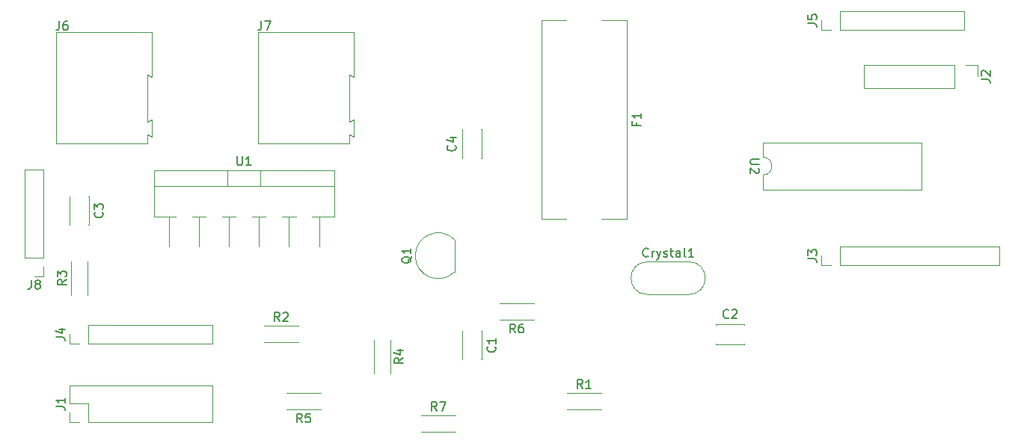
<source format=gbr>
G04 #@! TF.GenerationSoftware,KiCad,Pcbnew,5.0.2+dfsg1-1*
G04 #@! TF.CreationDate,2020-09-07T16:18:41-03:00*
G04 #@! TF.ProjectId,Quanser_Controller,5175616e-7365-4725-9f43-6f6e74726f6c,rev?*
G04 #@! TF.SameCoordinates,Original*
G04 #@! TF.FileFunction,Legend,Top*
G04 #@! TF.FilePolarity,Positive*
%FSLAX46Y46*%
G04 Gerber Fmt 4.6, Leading zero omitted, Abs format (unit mm)*
G04 Created by KiCad (PCBNEW 5.0.2+dfsg1-1) date seg 07 set 2020 16:18:41 -03*
%MOMM*%
%LPD*%
G01*
G04 APERTURE LIST*
%ADD10C,0.120000*%
%ADD11C,0.150000*%
G04 APERTURE END LIST*
D10*
G04 #@! TO.C,U1*
X106230000Y-70310000D02*
X126670000Y-70310000D01*
X106230000Y-75551000D02*
X108726000Y-75551000D01*
X110575000Y-75551000D02*
X112126000Y-75551000D01*
X113975000Y-75551000D02*
X115526000Y-75551000D01*
X117375000Y-75551000D02*
X118926000Y-75551000D01*
X120775000Y-75551000D02*
X122326000Y-75551000D01*
X124175000Y-75551000D02*
X126670000Y-75551000D01*
X106230000Y-70310000D02*
X106230000Y-75551000D01*
X126670000Y-70310000D02*
X126670000Y-75551000D01*
X106230000Y-72150000D02*
X126670000Y-72150000D01*
X114600000Y-70310000D02*
X114600000Y-72150000D01*
X118300000Y-70310000D02*
X118300000Y-72150000D01*
X107950000Y-75551000D02*
X107950000Y-78960000D01*
X111350000Y-75551000D02*
X111350000Y-78945000D01*
X114750000Y-75551000D02*
X114750000Y-78945000D01*
X118150000Y-75551000D02*
X118150000Y-78945000D01*
X121550000Y-75551000D02*
X121550000Y-78945000D01*
X124950000Y-75551000D02*
X124950000Y-78945000D01*
G04 #@! TO.C,J2*
X186630000Y-58360000D02*
X186630000Y-61020000D01*
X196850000Y-58360000D02*
X186630000Y-58360000D01*
X196850000Y-61020000D02*
X186630000Y-61020000D01*
X196850000Y-58360000D02*
X196850000Y-61020000D01*
X198120000Y-58360000D02*
X199450000Y-58360000D01*
X199450000Y-58360000D02*
X199450000Y-59690000D01*
G04 #@! TO.C,Crystal1*
X162110000Y-80700000D02*
X166810000Y-80700000D01*
X162110000Y-84400000D02*
X166810000Y-84400000D01*
X162110000Y-84400000D02*
G75*
G02X162110000Y-80700000I0J1850000D01*
G01*
X166810000Y-84400000D02*
G75*
G03X166810000Y-80700000I0J1850000D01*
G01*
G04 #@! TO.C,C1*
X143360000Y-88530000D02*
X143360000Y-91770000D01*
X141120000Y-88530000D02*
X141120000Y-91770000D01*
X143360000Y-88530000D02*
X143295000Y-88530000D01*
X141185000Y-88530000D02*
X141120000Y-88530000D01*
X143360000Y-91770000D02*
X143295000Y-91770000D01*
X141185000Y-91770000D02*
X141120000Y-91770000D01*
G04 #@! TO.C,C2*
X173090000Y-89955000D02*
X173090000Y-90020000D01*
X173090000Y-87780000D02*
X173090000Y-87845000D01*
X169850000Y-89955000D02*
X169850000Y-90020000D01*
X169850000Y-87780000D02*
X169850000Y-87845000D01*
X169850000Y-90020000D02*
X173090000Y-90020000D01*
X169850000Y-87780000D02*
X173090000Y-87780000D01*
G04 #@! TO.C,C3*
X98910000Y-73290000D02*
X98910000Y-76530000D01*
X96670000Y-73290000D02*
X96670000Y-76530000D01*
X98910000Y-73290000D02*
X98845000Y-73290000D01*
X96735000Y-73290000D02*
X96670000Y-73290000D01*
X98910000Y-76530000D02*
X98845000Y-76530000D01*
X96735000Y-76530000D02*
X96670000Y-76530000D01*
G04 #@! TO.C,C4*
X143295000Y-65710000D02*
X143360000Y-65710000D01*
X141120000Y-65710000D02*
X141185000Y-65710000D01*
X143295000Y-68950000D02*
X143360000Y-68950000D01*
X141120000Y-68950000D02*
X141185000Y-68950000D01*
X143360000Y-68950000D02*
X143360000Y-65710000D01*
X141120000Y-68950000D02*
X141120000Y-65710000D01*
G04 #@! TO.C,F1*
X150140000Y-75840000D02*
X152940000Y-75840000D01*
X156940000Y-75840000D02*
X159740000Y-75840000D01*
X156940000Y-53340000D02*
X159740000Y-53340000D01*
X159740000Y-53340000D02*
X159740000Y-75840000D01*
X150140000Y-53340000D02*
X150140000Y-75840000D01*
X150140000Y-53340000D02*
X152940000Y-53340000D01*
G04 #@! TO.C,J1*
X112850000Y-98850000D02*
X112850000Y-94730000D01*
X98790000Y-98850000D02*
X112850000Y-98850000D01*
X96730000Y-94730000D02*
X112850000Y-94730000D01*
X98790000Y-98850000D02*
X98790000Y-96790000D01*
X98790000Y-96790000D02*
X96730000Y-96790000D01*
X96730000Y-96790000D02*
X96730000Y-94730000D01*
X97790000Y-98850000D02*
X96730000Y-98850000D01*
X96730000Y-98850000D02*
X96730000Y-97790000D01*
G04 #@! TO.C,J3*
X201940000Y-81070000D02*
X201940000Y-78950000D01*
X183880000Y-81070000D02*
X201940000Y-81070000D01*
X183880000Y-78950000D02*
X201940000Y-78950000D01*
X183880000Y-81070000D02*
X183880000Y-78950000D01*
X182880000Y-81070000D02*
X181820000Y-81070000D01*
X181820000Y-81070000D02*
X181820000Y-80010000D01*
G04 #@! TO.C,J4*
X112850000Y-89960000D02*
X112850000Y-87840000D01*
X98790000Y-89960000D02*
X112850000Y-89960000D01*
X98790000Y-87840000D02*
X112850000Y-87840000D01*
X98790000Y-89960000D02*
X98790000Y-87840000D01*
X97790000Y-89960000D02*
X96730000Y-89960000D01*
X96730000Y-89960000D02*
X96730000Y-88900000D01*
G04 #@! TO.C,J5*
X181820000Y-54400000D02*
X181820000Y-53340000D01*
X182880000Y-54400000D02*
X181820000Y-54400000D01*
X183880000Y-54400000D02*
X183880000Y-52280000D01*
X183880000Y-52280000D02*
X197940000Y-52280000D01*
X183880000Y-54400000D02*
X197940000Y-54400000D01*
X197940000Y-54400000D02*
X197940000Y-52280000D01*
G04 #@! TO.C,J6*
X95140000Y-54660000D02*
X95140000Y-67260000D01*
X95140000Y-67260000D02*
X105490000Y-67260000D01*
X105490000Y-67260000D02*
X105490000Y-66310000D01*
X105490000Y-66310000D02*
X105990000Y-66560000D01*
X105990000Y-66560000D02*
X105990000Y-64660000D01*
X105990000Y-64660000D02*
X105990000Y-64610000D01*
X105990000Y-64610000D02*
X105490000Y-64860000D01*
X105490000Y-64860000D02*
X105490000Y-59460000D01*
X105490000Y-59460000D02*
X105990000Y-59760000D01*
X105990000Y-59760000D02*
X105990000Y-54660000D01*
X105990000Y-54660000D02*
X95140000Y-54660000D01*
G04 #@! TO.C,J7*
X128850000Y-54660000D02*
X118000000Y-54660000D01*
X128850000Y-59760000D02*
X128850000Y-54660000D01*
X128350000Y-59460000D02*
X128850000Y-59760000D01*
X128350000Y-64860000D02*
X128350000Y-59460000D01*
X128850000Y-64610000D02*
X128350000Y-64860000D01*
X128850000Y-64660000D02*
X128850000Y-64610000D01*
X128850000Y-66560000D02*
X128850000Y-64660000D01*
X128350000Y-66310000D02*
X128850000Y-66560000D01*
X128350000Y-67260000D02*
X128350000Y-66310000D01*
X118000000Y-67260000D02*
X128350000Y-67260000D01*
X118000000Y-54660000D02*
X118000000Y-67260000D01*
G04 #@! TO.C,Q1*
X140280000Y-81810000D02*
X140280000Y-78210000D01*
X140268478Y-81848478D02*
G75*
G02X135830000Y-80010000I-1838478J1838478D01*
G01*
X140268478Y-78171522D02*
G75*
G03X135830000Y-80010000I-1838478J-1838478D01*
G01*
G04 #@! TO.C,R1*
X153020000Y-95600000D02*
X156860000Y-95600000D01*
X153020000Y-97440000D02*
X156860000Y-97440000D01*
G04 #@! TO.C,R2*
X118730000Y-89820000D02*
X122570000Y-89820000D01*
X118730000Y-87980000D02*
X122570000Y-87980000D01*
G04 #@! TO.C,R3*
X96870000Y-84470000D02*
X96870000Y-80630000D01*
X98710000Y-84470000D02*
X98710000Y-80630000D01*
G04 #@! TO.C,R4*
X133000000Y-89520000D02*
X133000000Y-93360000D01*
X131160000Y-89520000D02*
X131160000Y-93360000D01*
G04 #@! TO.C,R5*
X125110000Y-95600000D02*
X121270000Y-95600000D01*
X125110000Y-97440000D02*
X121270000Y-97440000D01*
G04 #@! TO.C,U2*
X175200000Y-67200000D02*
X175200000Y-68850000D01*
X193100000Y-67200000D02*
X175200000Y-67200000D01*
X193100000Y-72500000D02*
X193100000Y-67200000D01*
X175200000Y-72500000D02*
X193100000Y-72500000D01*
X175200000Y-70850000D02*
X175200000Y-72500000D01*
X175200000Y-68850000D02*
G75*
G02X175200000Y-70850000I0J-1000000D01*
G01*
G04 #@! TO.C,R6*
X149240000Y-85440000D02*
X145400000Y-85440000D01*
X149240000Y-87280000D02*
X145400000Y-87280000D01*
G04 #@! TO.C,R7*
X136510000Y-98140000D02*
X140350000Y-98140000D01*
X136510000Y-99980000D02*
X140350000Y-99980000D01*
G04 #@! TO.C,J8*
X93770000Y-70220000D02*
X91650000Y-70220000D01*
X93770000Y-80280000D02*
X93770000Y-70220000D01*
X91650000Y-80280000D02*
X91650000Y-70220000D01*
X93770000Y-80280000D02*
X91650000Y-80280000D01*
X93770000Y-81280000D02*
X93770000Y-82340000D01*
X93770000Y-82340000D02*
X92710000Y-82340000D01*
G04 #@! TO.C,U1*
D11*
X115688095Y-68762380D02*
X115688095Y-69571904D01*
X115735714Y-69667142D01*
X115783333Y-69714761D01*
X115878571Y-69762380D01*
X116069047Y-69762380D01*
X116164285Y-69714761D01*
X116211904Y-69667142D01*
X116259523Y-69571904D01*
X116259523Y-68762380D01*
X117259523Y-69762380D02*
X116688095Y-69762380D01*
X116973809Y-69762380D02*
X116973809Y-68762380D01*
X116878571Y-68905238D01*
X116783333Y-69000476D01*
X116688095Y-69048095D01*
G04 #@! TO.C,J2*
X199902380Y-60023333D02*
X200616666Y-60023333D01*
X200759523Y-60070952D01*
X200854761Y-60166190D01*
X200902380Y-60309047D01*
X200902380Y-60404285D01*
X199997619Y-59594761D02*
X199950000Y-59547142D01*
X199902380Y-59451904D01*
X199902380Y-59213809D01*
X199950000Y-59118571D01*
X199997619Y-59070952D01*
X200092857Y-59023333D01*
X200188095Y-59023333D01*
X200330952Y-59070952D01*
X200902380Y-59642380D01*
X200902380Y-59023333D01*
G04 #@! TO.C,Crystal1*
X162198095Y-80057142D02*
X162150476Y-80104761D01*
X162007619Y-80152380D01*
X161912380Y-80152380D01*
X161769523Y-80104761D01*
X161674285Y-80009523D01*
X161626666Y-79914285D01*
X161579047Y-79723809D01*
X161579047Y-79580952D01*
X161626666Y-79390476D01*
X161674285Y-79295238D01*
X161769523Y-79200000D01*
X161912380Y-79152380D01*
X162007619Y-79152380D01*
X162150476Y-79200000D01*
X162198095Y-79247619D01*
X162626666Y-80152380D02*
X162626666Y-79485714D01*
X162626666Y-79676190D02*
X162674285Y-79580952D01*
X162721904Y-79533333D01*
X162817142Y-79485714D01*
X162912380Y-79485714D01*
X163150476Y-79485714D02*
X163388571Y-80152380D01*
X163626666Y-79485714D02*
X163388571Y-80152380D01*
X163293333Y-80390476D01*
X163245714Y-80438095D01*
X163150476Y-80485714D01*
X163960000Y-80104761D02*
X164055238Y-80152380D01*
X164245714Y-80152380D01*
X164340952Y-80104761D01*
X164388571Y-80009523D01*
X164388571Y-79961904D01*
X164340952Y-79866666D01*
X164245714Y-79819047D01*
X164102857Y-79819047D01*
X164007619Y-79771428D01*
X163960000Y-79676190D01*
X163960000Y-79628571D01*
X164007619Y-79533333D01*
X164102857Y-79485714D01*
X164245714Y-79485714D01*
X164340952Y-79533333D01*
X164674285Y-79485714D02*
X165055238Y-79485714D01*
X164817142Y-79152380D02*
X164817142Y-80009523D01*
X164864761Y-80104761D01*
X164960000Y-80152380D01*
X165055238Y-80152380D01*
X165817142Y-80152380D02*
X165817142Y-79628571D01*
X165769523Y-79533333D01*
X165674285Y-79485714D01*
X165483809Y-79485714D01*
X165388571Y-79533333D01*
X165817142Y-80104761D02*
X165721904Y-80152380D01*
X165483809Y-80152380D01*
X165388571Y-80104761D01*
X165340952Y-80009523D01*
X165340952Y-79914285D01*
X165388571Y-79819047D01*
X165483809Y-79771428D01*
X165721904Y-79771428D01*
X165817142Y-79723809D01*
X166436190Y-80152380D02*
X166340952Y-80104761D01*
X166293333Y-80009523D01*
X166293333Y-79152380D01*
X167340952Y-80152380D02*
X166769523Y-80152380D01*
X167055238Y-80152380D02*
X167055238Y-79152380D01*
X166960000Y-79295238D01*
X166864761Y-79390476D01*
X166769523Y-79438095D01*
G04 #@! TO.C,C1*
X144847142Y-90316666D02*
X144894761Y-90364285D01*
X144942380Y-90507142D01*
X144942380Y-90602380D01*
X144894761Y-90745238D01*
X144799523Y-90840476D01*
X144704285Y-90888095D01*
X144513809Y-90935714D01*
X144370952Y-90935714D01*
X144180476Y-90888095D01*
X144085238Y-90840476D01*
X143990000Y-90745238D01*
X143942380Y-90602380D01*
X143942380Y-90507142D01*
X143990000Y-90364285D01*
X144037619Y-90316666D01*
X144942380Y-89364285D02*
X144942380Y-89935714D01*
X144942380Y-89650000D02*
X143942380Y-89650000D01*
X144085238Y-89745238D01*
X144180476Y-89840476D01*
X144228095Y-89935714D01*
G04 #@! TO.C,C2*
X171303333Y-87007142D02*
X171255714Y-87054761D01*
X171112857Y-87102380D01*
X171017619Y-87102380D01*
X170874761Y-87054761D01*
X170779523Y-86959523D01*
X170731904Y-86864285D01*
X170684285Y-86673809D01*
X170684285Y-86530952D01*
X170731904Y-86340476D01*
X170779523Y-86245238D01*
X170874761Y-86150000D01*
X171017619Y-86102380D01*
X171112857Y-86102380D01*
X171255714Y-86150000D01*
X171303333Y-86197619D01*
X171684285Y-86197619D02*
X171731904Y-86150000D01*
X171827142Y-86102380D01*
X172065238Y-86102380D01*
X172160476Y-86150000D01*
X172208095Y-86197619D01*
X172255714Y-86292857D01*
X172255714Y-86388095D01*
X172208095Y-86530952D01*
X171636666Y-87102380D01*
X172255714Y-87102380D01*
G04 #@! TO.C,C3*
X100397142Y-75076666D02*
X100444761Y-75124285D01*
X100492380Y-75267142D01*
X100492380Y-75362380D01*
X100444761Y-75505238D01*
X100349523Y-75600476D01*
X100254285Y-75648095D01*
X100063809Y-75695714D01*
X99920952Y-75695714D01*
X99730476Y-75648095D01*
X99635238Y-75600476D01*
X99540000Y-75505238D01*
X99492380Y-75362380D01*
X99492380Y-75267142D01*
X99540000Y-75124285D01*
X99587619Y-75076666D01*
X99492380Y-74743333D02*
X99492380Y-74124285D01*
X99873333Y-74457619D01*
X99873333Y-74314761D01*
X99920952Y-74219523D01*
X99968571Y-74171904D01*
X100063809Y-74124285D01*
X100301904Y-74124285D01*
X100397142Y-74171904D01*
X100444761Y-74219523D01*
X100492380Y-74314761D01*
X100492380Y-74600476D01*
X100444761Y-74695714D01*
X100397142Y-74743333D01*
G04 #@! TO.C,C4*
X140347142Y-67496666D02*
X140394761Y-67544285D01*
X140442380Y-67687142D01*
X140442380Y-67782380D01*
X140394761Y-67925238D01*
X140299523Y-68020476D01*
X140204285Y-68068095D01*
X140013809Y-68115714D01*
X139870952Y-68115714D01*
X139680476Y-68068095D01*
X139585238Y-68020476D01*
X139490000Y-67925238D01*
X139442380Y-67782380D01*
X139442380Y-67687142D01*
X139490000Y-67544285D01*
X139537619Y-67496666D01*
X139775714Y-66639523D02*
X140442380Y-66639523D01*
X139394761Y-66877619D02*
X140109047Y-67115714D01*
X140109047Y-66496666D01*
G04 #@! TO.C,F1*
X160868571Y-64923333D02*
X160868571Y-65256666D01*
X161392380Y-65256666D02*
X160392380Y-65256666D01*
X160392380Y-64780476D01*
X161392380Y-63875714D02*
X161392380Y-64447142D01*
X161392380Y-64161428D02*
X160392380Y-64161428D01*
X160535238Y-64256666D01*
X160630476Y-64351904D01*
X160678095Y-64447142D01*
G04 #@! TO.C,J1*
X95182380Y-97123333D02*
X95896666Y-97123333D01*
X96039523Y-97170952D01*
X96134761Y-97266190D01*
X96182380Y-97409047D01*
X96182380Y-97504285D01*
X96182380Y-96123333D02*
X96182380Y-96694761D01*
X96182380Y-96409047D02*
X95182380Y-96409047D01*
X95325238Y-96504285D01*
X95420476Y-96599523D01*
X95468095Y-96694761D01*
G04 #@! TO.C,J3*
X180272380Y-80343333D02*
X180986666Y-80343333D01*
X181129523Y-80390952D01*
X181224761Y-80486190D01*
X181272380Y-80629047D01*
X181272380Y-80724285D01*
X180272380Y-79962380D02*
X180272380Y-79343333D01*
X180653333Y-79676666D01*
X180653333Y-79533809D01*
X180700952Y-79438571D01*
X180748571Y-79390952D01*
X180843809Y-79343333D01*
X181081904Y-79343333D01*
X181177142Y-79390952D01*
X181224761Y-79438571D01*
X181272380Y-79533809D01*
X181272380Y-79819523D01*
X181224761Y-79914761D01*
X181177142Y-79962380D01*
G04 #@! TO.C,J4*
X95182380Y-89233333D02*
X95896666Y-89233333D01*
X96039523Y-89280952D01*
X96134761Y-89376190D01*
X96182380Y-89519047D01*
X96182380Y-89614285D01*
X95515714Y-88328571D02*
X96182380Y-88328571D01*
X95134761Y-88566666D02*
X95849047Y-88804761D01*
X95849047Y-88185714D01*
G04 #@! TO.C,J5*
X180272380Y-53673333D02*
X180986666Y-53673333D01*
X181129523Y-53720952D01*
X181224761Y-53816190D01*
X181272380Y-53959047D01*
X181272380Y-54054285D01*
X180272380Y-52720952D02*
X180272380Y-53197142D01*
X180748571Y-53244761D01*
X180700952Y-53197142D01*
X180653333Y-53101904D01*
X180653333Y-52863809D01*
X180700952Y-52768571D01*
X180748571Y-52720952D01*
X180843809Y-52673333D01*
X181081904Y-52673333D01*
X181177142Y-52720952D01*
X181224761Y-52768571D01*
X181272380Y-52863809D01*
X181272380Y-53101904D01*
X181224761Y-53197142D01*
X181177142Y-53244761D01*
G04 #@! TO.C,J6*
X95536666Y-53422380D02*
X95536666Y-54136666D01*
X95489047Y-54279523D01*
X95393809Y-54374761D01*
X95250952Y-54422380D01*
X95155714Y-54422380D01*
X96441428Y-53422380D02*
X96250952Y-53422380D01*
X96155714Y-53470000D01*
X96108095Y-53517619D01*
X96012857Y-53660476D01*
X95965238Y-53850952D01*
X95965238Y-54231904D01*
X96012857Y-54327142D01*
X96060476Y-54374761D01*
X96155714Y-54422380D01*
X96346190Y-54422380D01*
X96441428Y-54374761D01*
X96489047Y-54327142D01*
X96536666Y-54231904D01*
X96536666Y-53993809D01*
X96489047Y-53898571D01*
X96441428Y-53850952D01*
X96346190Y-53803333D01*
X96155714Y-53803333D01*
X96060476Y-53850952D01*
X96012857Y-53898571D01*
X95965238Y-53993809D01*
G04 #@! TO.C,J7*
X118396666Y-53422380D02*
X118396666Y-54136666D01*
X118349047Y-54279523D01*
X118253809Y-54374761D01*
X118110952Y-54422380D01*
X118015714Y-54422380D01*
X118777619Y-53422380D02*
X119444285Y-53422380D01*
X119015714Y-54422380D01*
G04 #@! TO.C,Q1*
X135417619Y-80105238D02*
X135370000Y-80200476D01*
X135274761Y-80295714D01*
X135131904Y-80438571D01*
X135084285Y-80533809D01*
X135084285Y-80629047D01*
X135322380Y-80581428D02*
X135274761Y-80676666D01*
X135179523Y-80771904D01*
X134989047Y-80819523D01*
X134655714Y-80819523D01*
X134465238Y-80771904D01*
X134370000Y-80676666D01*
X134322380Y-80581428D01*
X134322380Y-80390952D01*
X134370000Y-80295714D01*
X134465238Y-80200476D01*
X134655714Y-80152857D01*
X134989047Y-80152857D01*
X135179523Y-80200476D01*
X135274761Y-80295714D01*
X135322380Y-80390952D01*
X135322380Y-80581428D01*
X135322380Y-79200476D02*
X135322380Y-79771904D01*
X135322380Y-79486190D02*
X134322380Y-79486190D01*
X134465238Y-79581428D01*
X134560476Y-79676666D01*
X134608095Y-79771904D01*
G04 #@! TO.C,R1*
X154773333Y-95052380D02*
X154440000Y-94576190D01*
X154201904Y-95052380D02*
X154201904Y-94052380D01*
X154582857Y-94052380D01*
X154678095Y-94100000D01*
X154725714Y-94147619D01*
X154773333Y-94242857D01*
X154773333Y-94385714D01*
X154725714Y-94480952D01*
X154678095Y-94528571D01*
X154582857Y-94576190D01*
X154201904Y-94576190D01*
X155725714Y-95052380D02*
X155154285Y-95052380D01*
X155440000Y-95052380D02*
X155440000Y-94052380D01*
X155344761Y-94195238D01*
X155249523Y-94290476D01*
X155154285Y-94338095D01*
G04 #@! TO.C,R2*
X120483333Y-87432380D02*
X120150000Y-86956190D01*
X119911904Y-87432380D02*
X119911904Y-86432380D01*
X120292857Y-86432380D01*
X120388095Y-86480000D01*
X120435714Y-86527619D01*
X120483333Y-86622857D01*
X120483333Y-86765714D01*
X120435714Y-86860952D01*
X120388095Y-86908571D01*
X120292857Y-86956190D01*
X119911904Y-86956190D01*
X120864285Y-86527619D02*
X120911904Y-86480000D01*
X121007142Y-86432380D01*
X121245238Y-86432380D01*
X121340476Y-86480000D01*
X121388095Y-86527619D01*
X121435714Y-86622857D01*
X121435714Y-86718095D01*
X121388095Y-86860952D01*
X120816666Y-87432380D01*
X121435714Y-87432380D01*
G04 #@! TO.C,R3*
X96322380Y-82716666D02*
X95846190Y-83050000D01*
X96322380Y-83288095D02*
X95322380Y-83288095D01*
X95322380Y-82907142D01*
X95370000Y-82811904D01*
X95417619Y-82764285D01*
X95512857Y-82716666D01*
X95655714Y-82716666D01*
X95750952Y-82764285D01*
X95798571Y-82811904D01*
X95846190Y-82907142D01*
X95846190Y-83288095D01*
X95322380Y-82383333D02*
X95322380Y-81764285D01*
X95703333Y-82097619D01*
X95703333Y-81954761D01*
X95750952Y-81859523D01*
X95798571Y-81811904D01*
X95893809Y-81764285D01*
X96131904Y-81764285D01*
X96227142Y-81811904D01*
X96274761Y-81859523D01*
X96322380Y-81954761D01*
X96322380Y-82240476D01*
X96274761Y-82335714D01*
X96227142Y-82383333D01*
G04 #@! TO.C,R4*
X134452380Y-91606666D02*
X133976190Y-91940000D01*
X134452380Y-92178095D02*
X133452380Y-92178095D01*
X133452380Y-91797142D01*
X133500000Y-91701904D01*
X133547619Y-91654285D01*
X133642857Y-91606666D01*
X133785714Y-91606666D01*
X133880952Y-91654285D01*
X133928571Y-91701904D01*
X133976190Y-91797142D01*
X133976190Y-92178095D01*
X133785714Y-90749523D02*
X134452380Y-90749523D01*
X133404761Y-90987619D02*
X134119047Y-91225714D01*
X134119047Y-90606666D01*
G04 #@! TO.C,R5*
X123023333Y-98892380D02*
X122690000Y-98416190D01*
X122451904Y-98892380D02*
X122451904Y-97892380D01*
X122832857Y-97892380D01*
X122928095Y-97940000D01*
X122975714Y-97987619D01*
X123023333Y-98082857D01*
X123023333Y-98225714D01*
X122975714Y-98320952D01*
X122928095Y-98368571D01*
X122832857Y-98416190D01*
X122451904Y-98416190D01*
X123928095Y-97892380D02*
X123451904Y-97892380D01*
X123404285Y-98368571D01*
X123451904Y-98320952D01*
X123547142Y-98273333D01*
X123785238Y-98273333D01*
X123880476Y-98320952D01*
X123928095Y-98368571D01*
X123975714Y-98463809D01*
X123975714Y-98701904D01*
X123928095Y-98797142D01*
X123880476Y-98844761D01*
X123785238Y-98892380D01*
X123547142Y-98892380D01*
X123451904Y-98844761D01*
X123404285Y-98797142D01*
G04 #@! TO.C,U2*
X174747619Y-69088095D02*
X173938095Y-69088095D01*
X173842857Y-69135714D01*
X173795238Y-69183333D01*
X173747619Y-69278571D01*
X173747619Y-69469047D01*
X173795238Y-69564285D01*
X173842857Y-69611904D01*
X173938095Y-69659523D01*
X174747619Y-69659523D01*
X174652380Y-70088095D02*
X174700000Y-70135714D01*
X174747619Y-70230952D01*
X174747619Y-70469047D01*
X174700000Y-70564285D01*
X174652380Y-70611904D01*
X174557142Y-70659523D01*
X174461904Y-70659523D01*
X174319047Y-70611904D01*
X173747619Y-70040476D01*
X173747619Y-70659523D01*
G04 #@! TO.C,R6*
X147153333Y-88732380D02*
X146820000Y-88256190D01*
X146581904Y-88732380D02*
X146581904Y-87732380D01*
X146962857Y-87732380D01*
X147058095Y-87780000D01*
X147105714Y-87827619D01*
X147153333Y-87922857D01*
X147153333Y-88065714D01*
X147105714Y-88160952D01*
X147058095Y-88208571D01*
X146962857Y-88256190D01*
X146581904Y-88256190D01*
X148010476Y-87732380D02*
X147820000Y-87732380D01*
X147724761Y-87780000D01*
X147677142Y-87827619D01*
X147581904Y-87970476D01*
X147534285Y-88160952D01*
X147534285Y-88541904D01*
X147581904Y-88637142D01*
X147629523Y-88684761D01*
X147724761Y-88732380D01*
X147915238Y-88732380D01*
X148010476Y-88684761D01*
X148058095Y-88637142D01*
X148105714Y-88541904D01*
X148105714Y-88303809D01*
X148058095Y-88208571D01*
X148010476Y-88160952D01*
X147915238Y-88113333D01*
X147724761Y-88113333D01*
X147629523Y-88160952D01*
X147581904Y-88208571D01*
X147534285Y-88303809D01*
G04 #@! TO.C,R7*
X138263333Y-97592380D02*
X137930000Y-97116190D01*
X137691904Y-97592380D02*
X137691904Y-96592380D01*
X138072857Y-96592380D01*
X138168095Y-96640000D01*
X138215714Y-96687619D01*
X138263333Y-96782857D01*
X138263333Y-96925714D01*
X138215714Y-97020952D01*
X138168095Y-97068571D01*
X138072857Y-97116190D01*
X137691904Y-97116190D01*
X138596666Y-96592380D02*
X139263333Y-96592380D01*
X138834761Y-97592380D01*
G04 #@! TO.C,J8*
X92376666Y-82792380D02*
X92376666Y-83506666D01*
X92329047Y-83649523D01*
X92233809Y-83744761D01*
X92090952Y-83792380D01*
X91995714Y-83792380D01*
X92995714Y-83220952D02*
X92900476Y-83173333D01*
X92852857Y-83125714D01*
X92805238Y-83030476D01*
X92805238Y-82982857D01*
X92852857Y-82887619D01*
X92900476Y-82840000D01*
X92995714Y-82792380D01*
X93186190Y-82792380D01*
X93281428Y-82840000D01*
X93329047Y-82887619D01*
X93376666Y-82982857D01*
X93376666Y-83030476D01*
X93329047Y-83125714D01*
X93281428Y-83173333D01*
X93186190Y-83220952D01*
X92995714Y-83220952D01*
X92900476Y-83268571D01*
X92852857Y-83316190D01*
X92805238Y-83411428D01*
X92805238Y-83601904D01*
X92852857Y-83697142D01*
X92900476Y-83744761D01*
X92995714Y-83792380D01*
X93186190Y-83792380D01*
X93281428Y-83744761D01*
X93329047Y-83697142D01*
X93376666Y-83601904D01*
X93376666Y-83411428D01*
X93329047Y-83316190D01*
X93281428Y-83268571D01*
X93186190Y-83220952D01*
G04 #@! TD*
M02*

</source>
